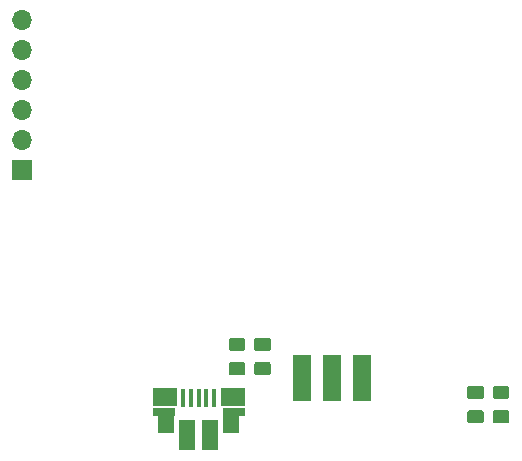
<source format=gtp>
G04 #@! TF.GenerationSoftware,KiCad,Pcbnew,(5.1.5)-3*
G04 #@! TF.CreationDate,2020-06-11T14:27:07+02:00*
G04 #@! TF.ProjectId,Power_module_v0,506f7765-725f-46d6-9f64-756c655f7630,rev?*
G04 #@! TF.SameCoordinates,Original*
G04 #@! TF.FileFunction,Paste,Top*
G04 #@! TF.FilePolarity,Positive*
%FSLAX46Y46*%
G04 Gerber Fmt 4.6, Leading zero omitted, Abs format (unit mm)*
G04 Created by KiCad (PCBNEW (5.1.5)-3) date 2020-06-11 14:27:07*
%MOMM*%
%LPD*%
G04 APERTURE LIST*
%ADD10C,0.100000*%
%ADD11R,1.430000X2.500000*%
%ADD12R,2.000000X1.500000*%
%ADD13R,1.350000X2.000000*%
%ADD14R,0.400000X1.650000*%
%ADD15R,1.825000X0.700000*%
%ADD16R,1.700000X1.700000*%
%ADD17O,1.700000X1.700000*%
%ADD18R,1.524000X4.000000*%
G04 APERTURE END LIST*
D10*
G36*
X114901505Y-100536204D02*
G01*
X114925773Y-100539804D01*
X114949572Y-100545765D01*
X114972671Y-100554030D01*
X114994850Y-100564520D01*
X115015893Y-100577132D01*
X115035599Y-100591747D01*
X115053777Y-100608223D01*
X115070253Y-100626401D01*
X115084868Y-100646107D01*
X115097480Y-100667150D01*
X115107970Y-100689329D01*
X115116235Y-100712428D01*
X115122196Y-100736227D01*
X115125796Y-100760495D01*
X115127000Y-100784999D01*
X115127000Y-101435001D01*
X115125796Y-101459505D01*
X115122196Y-101483773D01*
X115116235Y-101507572D01*
X115107970Y-101530671D01*
X115097480Y-101552850D01*
X115084868Y-101573893D01*
X115070253Y-101593599D01*
X115053777Y-101611777D01*
X115035599Y-101628253D01*
X115015893Y-101642868D01*
X114994850Y-101655480D01*
X114972671Y-101665970D01*
X114949572Y-101674235D01*
X114925773Y-101680196D01*
X114901505Y-101683796D01*
X114877001Y-101685000D01*
X113976999Y-101685000D01*
X113952495Y-101683796D01*
X113928227Y-101680196D01*
X113904428Y-101674235D01*
X113881329Y-101665970D01*
X113859150Y-101655480D01*
X113838107Y-101642868D01*
X113818401Y-101628253D01*
X113800223Y-101611777D01*
X113783747Y-101593599D01*
X113769132Y-101573893D01*
X113756520Y-101552850D01*
X113746030Y-101530671D01*
X113737765Y-101507572D01*
X113731804Y-101483773D01*
X113728204Y-101459505D01*
X113727000Y-101435001D01*
X113727000Y-100784999D01*
X113728204Y-100760495D01*
X113731804Y-100736227D01*
X113737765Y-100712428D01*
X113746030Y-100689329D01*
X113756520Y-100667150D01*
X113769132Y-100646107D01*
X113783747Y-100626401D01*
X113800223Y-100608223D01*
X113818401Y-100591747D01*
X113838107Y-100577132D01*
X113859150Y-100564520D01*
X113881329Y-100554030D01*
X113904428Y-100545765D01*
X113928227Y-100539804D01*
X113952495Y-100536204D01*
X113976999Y-100535000D01*
X114877001Y-100535000D01*
X114901505Y-100536204D01*
G37*
G36*
X114901505Y-98486204D02*
G01*
X114925773Y-98489804D01*
X114949572Y-98495765D01*
X114972671Y-98504030D01*
X114994850Y-98514520D01*
X115015893Y-98527132D01*
X115035599Y-98541747D01*
X115053777Y-98558223D01*
X115070253Y-98576401D01*
X115084868Y-98596107D01*
X115097480Y-98617150D01*
X115107970Y-98639329D01*
X115116235Y-98662428D01*
X115122196Y-98686227D01*
X115125796Y-98710495D01*
X115127000Y-98734999D01*
X115127000Y-99385001D01*
X115125796Y-99409505D01*
X115122196Y-99433773D01*
X115116235Y-99457572D01*
X115107970Y-99480671D01*
X115097480Y-99502850D01*
X115084868Y-99523893D01*
X115070253Y-99543599D01*
X115053777Y-99561777D01*
X115035599Y-99578253D01*
X115015893Y-99592868D01*
X114994850Y-99605480D01*
X114972671Y-99615970D01*
X114949572Y-99624235D01*
X114925773Y-99630196D01*
X114901505Y-99633796D01*
X114877001Y-99635000D01*
X113976999Y-99635000D01*
X113952495Y-99633796D01*
X113928227Y-99630196D01*
X113904428Y-99624235D01*
X113881329Y-99615970D01*
X113859150Y-99605480D01*
X113838107Y-99592868D01*
X113818401Y-99578253D01*
X113800223Y-99561777D01*
X113783747Y-99543599D01*
X113769132Y-99523893D01*
X113756520Y-99502850D01*
X113746030Y-99480671D01*
X113737765Y-99457572D01*
X113731804Y-99433773D01*
X113728204Y-99409505D01*
X113727000Y-99385001D01*
X113727000Y-98734999D01*
X113728204Y-98710495D01*
X113731804Y-98686227D01*
X113737765Y-98662428D01*
X113746030Y-98639329D01*
X113756520Y-98617150D01*
X113769132Y-98596107D01*
X113783747Y-98576401D01*
X113800223Y-98558223D01*
X113818401Y-98541747D01*
X113838107Y-98527132D01*
X113859150Y-98514520D01*
X113881329Y-98504030D01*
X113904428Y-98495765D01*
X113928227Y-98489804D01*
X113952495Y-98486204D01*
X113976999Y-98485000D01*
X114877001Y-98485000D01*
X114901505Y-98486204D01*
G37*
G36*
X117060505Y-100527204D02*
G01*
X117084773Y-100530804D01*
X117108572Y-100536765D01*
X117131671Y-100545030D01*
X117153850Y-100555520D01*
X117174893Y-100568132D01*
X117194599Y-100582747D01*
X117212777Y-100599223D01*
X117229253Y-100617401D01*
X117243868Y-100637107D01*
X117256480Y-100658150D01*
X117266970Y-100680329D01*
X117275235Y-100703428D01*
X117281196Y-100727227D01*
X117284796Y-100751495D01*
X117286000Y-100775999D01*
X117286000Y-101426001D01*
X117284796Y-101450505D01*
X117281196Y-101474773D01*
X117275235Y-101498572D01*
X117266970Y-101521671D01*
X117256480Y-101543850D01*
X117243868Y-101564893D01*
X117229253Y-101584599D01*
X117212777Y-101602777D01*
X117194599Y-101619253D01*
X117174893Y-101633868D01*
X117153850Y-101646480D01*
X117131671Y-101656970D01*
X117108572Y-101665235D01*
X117084773Y-101671196D01*
X117060505Y-101674796D01*
X117036001Y-101676000D01*
X116135999Y-101676000D01*
X116111495Y-101674796D01*
X116087227Y-101671196D01*
X116063428Y-101665235D01*
X116040329Y-101656970D01*
X116018150Y-101646480D01*
X115997107Y-101633868D01*
X115977401Y-101619253D01*
X115959223Y-101602777D01*
X115942747Y-101584599D01*
X115928132Y-101564893D01*
X115915520Y-101543850D01*
X115905030Y-101521671D01*
X115896765Y-101498572D01*
X115890804Y-101474773D01*
X115887204Y-101450505D01*
X115886000Y-101426001D01*
X115886000Y-100775999D01*
X115887204Y-100751495D01*
X115890804Y-100727227D01*
X115896765Y-100703428D01*
X115905030Y-100680329D01*
X115915520Y-100658150D01*
X115928132Y-100637107D01*
X115942747Y-100617401D01*
X115959223Y-100599223D01*
X115977401Y-100582747D01*
X115997107Y-100568132D01*
X116018150Y-100555520D01*
X116040329Y-100545030D01*
X116063428Y-100536765D01*
X116087227Y-100530804D01*
X116111495Y-100527204D01*
X116135999Y-100526000D01*
X117036001Y-100526000D01*
X117060505Y-100527204D01*
G37*
G36*
X117060505Y-98477204D02*
G01*
X117084773Y-98480804D01*
X117108572Y-98486765D01*
X117131671Y-98495030D01*
X117153850Y-98505520D01*
X117174893Y-98518132D01*
X117194599Y-98532747D01*
X117212777Y-98549223D01*
X117229253Y-98567401D01*
X117243868Y-98587107D01*
X117256480Y-98608150D01*
X117266970Y-98630329D01*
X117275235Y-98653428D01*
X117281196Y-98677227D01*
X117284796Y-98701495D01*
X117286000Y-98725999D01*
X117286000Y-99376001D01*
X117284796Y-99400505D01*
X117281196Y-99424773D01*
X117275235Y-99448572D01*
X117266970Y-99471671D01*
X117256480Y-99493850D01*
X117243868Y-99514893D01*
X117229253Y-99534599D01*
X117212777Y-99552777D01*
X117194599Y-99569253D01*
X117174893Y-99583868D01*
X117153850Y-99596480D01*
X117131671Y-99606970D01*
X117108572Y-99615235D01*
X117084773Y-99621196D01*
X117060505Y-99624796D01*
X117036001Y-99626000D01*
X116135999Y-99626000D01*
X116111495Y-99624796D01*
X116087227Y-99621196D01*
X116063428Y-99615235D01*
X116040329Y-99606970D01*
X116018150Y-99596480D01*
X115997107Y-99583868D01*
X115977401Y-99569253D01*
X115959223Y-99552777D01*
X115942747Y-99534599D01*
X115928132Y-99514893D01*
X115915520Y-99493850D01*
X115905030Y-99471671D01*
X115896765Y-99448572D01*
X115890804Y-99424773D01*
X115887204Y-99400505D01*
X115886000Y-99376001D01*
X115886000Y-98725999D01*
X115887204Y-98701495D01*
X115890804Y-98677227D01*
X115896765Y-98653428D01*
X115905030Y-98630329D01*
X115915520Y-98608150D01*
X115928132Y-98587107D01*
X115942747Y-98567401D01*
X115959223Y-98549223D01*
X115977401Y-98532747D01*
X115997107Y-98518132D01*
X116018150Y-98505520D01*
X116040329Y-98495030D01*
X116063428Y-98486765D01*
X116087227Y-98480804D01*
X116111495Y-98477204D01*
X116135999Y-98476000D01*
X117036001Y-98476000D01*
X117060505Y-98477204D01*
G37*
G36*
X135094505Y-104600204D02*
G01*
X135118773Y-104603804D01*
X135142572Y-104609765D01*
X135165671Y-104618030D01*
X135187850Y-104628520D01*
X135208893Y-104641132D01*
X135228599Y-104655747D01*
X135246777Y-104672223D01*
X135263253Y-104690401D01*
X135277868Y-104710107D01*
X135290480Y-104731150D01*
X135300970Y-104753329D01*
X135309235Y-104776428D01*
X135315196Y-104800227D01*
X135318796Y-104824495D01*
X135320000Y-104848999D01*
X135320000Y-105499001D01*
X135318796Y-105523505D01*
X135315196Y-105547773D01*
X135309235Y-105571572D01*
X135300970Y-105594671D01*
X135290480Y-105616850D01*
X135277868Y-105637893D01*
X135263253Y-105657599D01*
X135246777Y-105675777D01*
X135228599Y-105692253D01*
X135208893Y-105706868D01*
X135187850Y-105719480D01*
X135165671Y-105729970D01*
X135142572Y-105738235D01*
X135118773Y-105744196D01*
X135094505Y-105747796D01*
X135070001Y-105749000D01*
X134169999Y-105749000D01*
X134145495Y-105747796D01*
X134121227Y-105744196D01*
X134097428Y-105738235D01*
X134074329Y-105729970D01*
X134052150Y-105719480D01*
X134031107Y-105706868D01*
X134011401Y-105692253D01*
X133993223Y-105675777D01*
X133976747Y-105657599D01*
X133962132Y-105637893D01*
X133949520Y-105616850D01*
X133939030Y-105594671D01*
X133930765Y-105571572D01*
X133924804Y-105547773D01*
X133921204Y-105523505D01*
X133920000Y-105499001D01*
X133920000Y-104848999D01*
X133921204Y-104824495D01*
X133924804Y-104800227D01*
X133930765Y-104776428D01*
X133939030Y-104753329D01*
X133949520Y-104731150D01*
X133962132Y-104710107D01*
X133976747Y-104690401D01*
X133993223Y-104672223D01*
X134011401Y-104655747D01*
X134031107Y-104641132D01*
X134052150Y-104628520D01*
X134074329Y-104618030D01*
X134097428Y-104609765D01*
X134121227Y-104603804D01*
X134145495Y-104600204D01*
X134169999Y-104599000D01*
X135070001Y-104599000D01*
X135094505Y-104600204D01*
G37*
G36*
X135094505Y-102550204D02*
G01*
X135118773Y-102553804D01*
X135142572Y-102559765D01*
X135165671Y-102568030D01*
X135187850Y-102578520D01*
X135208893Y-102591132D01*
X135228599Y-102605747D01*
X135246777Y-102622223D01*
X135263253Y-102640401D01*
X135277868Y-102660107D01*
X135290480Y-102681150D01*
X135300970Y-102703329D01*
X135309235Y-102726428D01*
X135315196Y-102750227D01*
X135318796Y-102774495D01*
X135320000Y-102798999D01*
X135320000Y-103449001D01*
X135318796Y-103473505D01*
X135315196Y-103497773D01*
X135309235Y-103521572D01*
X135300970Y-103544671D01*
X135290480Y-103566850D01*
X135277868Y-103587893D01*
X135263253Y-103607599D01*
X135246777Y-103625777D01*
X135228599Y-103642253D01*
X135208893Y-103656868D01*
X135187850Y-103669480D01*
X135165671Y-103679970D01*
X135142572Y-103688235D01*
X135118773Y-103694196D01*
X135094505Y-103697796D01*
X135070001Y-103699000D01*
X134169999Y-103699000D01*
X134145495Y-103697796D01*
X134121227Y-103694196D01*
X134097428Y-103688235D01*
X134074329Y-103679970D01*
X134052150Y-103669480D01*
X134031107Y-103656868D01*
X134011401Y-103642253D01*
X133993223Y-103625777D01*
X133976747Y-103607599D01*
X133962132Y-103587893D01*
X133949520Y-103566850D01*
X133939030Y-103544671D01*
X133930765Y-103521572D01*
X133924804Y-103497773D01*
X133921204Y-103473505D01*
X133920000Y-103449001D01*
X133920000Y-102798999D01*
X133921204Y-102774495D01*
X133924804Y-102750227D01*
X133930765Y-102726428D01*
X133939030Y-102703329D01*
X133949520Y-102681150D01*
X133962132Y-102660107D01*
X133976747Y-102640401D01*
X133993223Y-102622223D01*
X134011401Y-102605747D01*
X134031107Y-102591132D01*
X134052150Y-102578520D01*
X134074329Y-102568030D01*
X134097428Y-102559765D01*
X134121227Y-102553804D01*
X134145495Y-102550204D01*
X134169999Y-102549000D01*
X135070001Y-102549000D01*
X135094505Y-102550204D01*
G37*
G36*
X137253505Y-104600204D02*
G01*
X137277773Y-104603804D01*
X137301572Y-104609765D01*
X137324671Y-104618030D01*
X137346850Y-104628520D01*
X137367893Y-104641132D01*
X137387599Y-104655747D01*
X137405777Y-104672223D01*
X137422253Y-104690401D01*
X137436868Y-104710107D01*
X137449480Y-104731150D01*
X137459970Y-104753329D01*
X137468235Y-104776428D01*
X137474196Y-104800227D01*
X137477796Y-104824495D01*
X137479000Y-104848999D01*
X137479000Y-105499001D01*
X137477796Y-105523505D01*
X137474196Y-105547773D01*
X137468235Y-105571572D01*
X137459970Y-105594671D01*
X137449480Y-105616850D01*
X137436868Y-105637893D01*
X137422253Y-105657599D01*
X137405777Y-105675777D01*
X137387599Y-105692253D01*
X137367893Y-105706868D01*
X137346850Y-105719480D01*
X137324671Y-105729970D01*
X137301572Y-105738235D01*
X137277773Y-105744196D01*
X137253505Y-105747796D01*
X137229001Y-105749000D01*
X136328999Y-105749000D01*
X136304495Y-105747796D01*
X136280227Y-105744196D01*
X136256428Y-105738235D01*
X136233329Y-105729970D01*
X136211150Y-105719480D01*
X136190107Y-105706868D01*
X136170401Y-105692253D01*
X136152223Y-105675777D01*
X136135747Y-105657599D01*
X136121132Y-105637893D01*
X136108520Y-105616850D01*
X136098030Y-105594671D01*
X136089765Y-105571572D01*
X136083804Y-105547773D01*
X136080204Y-105523505D01*
X136079000Y-105499001D01*
X136079000Y-104848999D01*
X136080204Y-104824495D01*
X136083804Y-104800227D01*
X136089765Y-104776428D01*
X136098030Y-104753329D01*
X136108520Y-104731150D01*
X136121132Y-104710107D01*
X136135747Y-104690401D01*
X136152223Y-104672223D01*
X136170401Y-104655747D01*
X136190107Y-104641132D01*
X136211150Y-104628520D01*
X136233329Y-104618030D01*
X136256428Y-104609765D01*
X136280227Y-104603804D01*
X136304495Y-104600204D01*
X136328999Y-104599000D01*
X137229001Y-104599000D01*
X137253505Y-104600204D01*
G37*
G36*
X137253505Y-102550204D02*
G01*
X137277773Y-102553804D01*
X137301572Y-102559765D01*
X137324671Y-102568030D01*
X137346850Y-102578520D01*
X137367893Y-102591132D01*
X137387599Y-102605747D01*
X137405777Y-102622223D01*
X137422253Y-102640401D01*
X137436868Y-102660107D01*
X137449480Y-102681150D01*
X137459970Y-102703329D01*
X137468235Y-102726428D01*
X137474196Y-102750227D01*
X137477796Y-102774495D01*
X137479000Y-102798999D01*
X137479000Y-103449001D01*
X137477796Y-103473505D01*
X137474196Y-103497773D01*
X137468235Y-103521572D01*
X137459970Y-103544671D01*
X137449480Y-103566850D01*
X137436868Y-103587893D01*
X137422253Y-103607599D01*
X137405777Y-103625777D01*
X137387599Y-103642253D01*
X137367893Y-103656868D01*
X137346850Y-103669480D01*
X137324671Y-103679970D01*
X137301572Y-103688235D01*
X137277773Y-103694196D01*
X137253505Y-103697796D01*
X137229001Y-103699000D01*
X136328999Y-103699000D01*
X136304495Y-103697796D01*
X136280227Y-103694196D01*
X136256428Y-103688235D01*
X136233329Y-103679970D01*
X136211150Y-103669480D01*
X136190107Y-103656868D01*
X136170401Y-103642253D01*
X136152223Y-103625777D01*
X136135747Y-103607599D01*
X136121132Y-103587893D01*
X136108520Y-103566850D01*
X136098030Y-103544671D01*
X136089765Y-103521572D01*
X136083804Y-103497773D01*
X136080204Y-103473505D01*
X136079000Y-103449001D01*
X136079000Y-102798999D01*
X136080204Y-102774495D01*
X136083804Y-102750227D01*
X136089765Y-102726428D01*
X136098030Y-102703329D01*
X136108520Y-102681150D01*
X136121132Y-102660107D01*
X136135747Y-102640401D01*
X136152223Y-102622223D01*
X136170401Y-102605747D01*
X136190107Y-102591132D01*
X136211150Y-102578520D01*
X136233329Y-102568030D01*
X136256428Y-102559765D01*
X136280227Y-102553804D01*
X136304495Y-102550204D01*
X136328999Y-102549000D01*
X137229001Y-102549000D01*
X137253505Y-102550204D01*
G37*
D11*
X110228900Y-106746740D03*
D12*
X108338900Y-103496740D03*
D13*
X113938900Y-105546740D03*
X108458900Y-105546740D03*
D14*
X111188900Y-103596740D03*
X112488900Y-103596740D03*
X111838900Y-103596740D03*
D15*
X114188900Y-104796740D03*
D14*
X109888900Y-103596740D03*
D12*
X114088900Y-103476740D03*
D15*
X108238900Y-104796740D03*
D14*
X110538900Y-103596740D03*
D11*
X112148900Y-106746740D03*
D16*
X96266000Y-84328000D03*
D17*
X96266000Y-81788000D03*
X96266000Y-79248000D03*
X96266000Y-76708000D03*
X96266000Y-74168000D03*
X96266000Y-71628000D03*
D18*
X125049280Y-101912420D03*
X122509280Y-101912420D03*
X119969280Y-101912420D03*
M02*

</source>
